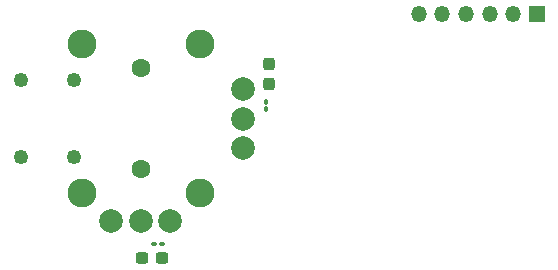
<source format=gbr>
%TF.GenerationSoftware,KiCad,Pcbnew,8.0.2*%
%TF.CreationDate,2024-08-31T11:30:38-07:00*%
%TF.ProjectId,UGC_SubStick_R4K,5547435f-5375-4625-9374-69636b5f5234,rev?*%
%TF.SameCoordinates,Original*%
%TF.FileFunction,Soldermask,Top*%
%TF.FilePolarity,Negative*%
%FSLAX46Y46*%
G04 Gerber Fmt 4.6, Leading zero omitted, Abs format (unit mm)*
G04 Created by KiCad (PCBNEW 8.0.2) date 2024-08-31 11:30:38*
%MOMM*%
%LPD*%
G01*
G04 APERTURE LIST*
G04 Aperture macros list*
%AMRoundRect*
0 Rectangle with rounded corners*
0 $1 Rounding radius*
0 $2 $3 $4 $5 $6 $7 $8 $9 X,Y pos of 4 corners*
0 Add a 4 corners polygon primitive as box body*
4,1,4,$2,$3,$4,$5,$6,$7,$8,$9,$2,$3,0*
0 Add four circle primitives for the rounded corners*
1,1,$1+$1,$2,$3*
1,1,$1+$1,$4,$5*
1,1,$1+$1,$6,$7*
1,1,$1+$1,$8,$9*
0 Add four rect primitives between the rounded corners*
20,1,$1+$1,$2,$3,$4,$5,0*
20,1,$1+$1,$4,$5,$6,$7,0*
20,1,$1+$1,$6,$7,$8,$9,0*
20,1,$1+$1,$8,$9,$2,$3,0*%
G04 Aperture macros list end*
%ADD10RoundRect,0.237500X-0.300000X-0.237500X0.300000X-0.237500X0.300000X0.237500X-0.300000X0.237500X0*%
%ADD11RoundRect,0.100000X-0.130000X-0.100000X0.130000X-0.100000X0.130000X0.100000X-0.130000X0.100000X0*%
%ADD12C,2.450000*%
%ADD13C,1.600000*%
%ADD14C,1.250000*%
%ADD15C,2.000000*%
%ADD16R,1.350000X1.350000*%
%ADD17O,1.350000X1.350000*%
%ADD18RoundRect,0.237500X-0.237500X0.300000X-0.237500X-0.300000X0.237500X-0.300000X0.237500X0.300000X0*%
%ADD19RoundRect,0.100000X0.100000X-0.130000X0.100000X0.130000X-0.100000X0.130000X-0.100000X-0.130000X0*%
G04 APERTURE END LIST*
D10*
%TO.C,C1*%
X247320900Y-161493200D03*
X249045900Y-161493200D03*
%TD*%
D11*
%TO.C,R1*%
X249011400Y-160324800D03*
X248371400Y-160324800D03*
%TD*%
D12*
%TO.C,SW1*%
X242207200Y-143363518D03*
X242207200Y-156013518D03*
D13*
X247207200Y-145388518D03*
X247207200Y-153988518D03*
D12*
X252207200Y-143363518D03*
X252207200Y-156013518D03*
D14*
X241557200Y-146438518D03*
X241557200Y-152938518D03*
X237057200Y-146438518D03*
X237057200Y-152938518D03*
D15*
X244707200Y-158388518D03*
X247207200Y-158388518D03*
X249707200Y-158388518D03*
X255907200Y-152188518D03*
X255907200Y-149688518D03*
X255907200Y-147188518D03*
%TD*%
D16*
%TO.C,J1*%
X280761001Y-140867407D03*
D17*
X278761001Y-140867407D03*
X276761001Y-140867407D03*
X274761001Y-140867407D03*
X272761001Y-140867407D03*
X270761001Y-140867407D03*
%TD*%
D18*
%TO.C,C2*%
X258100000Y-145037500D03*
X258100000Y-146762500D03*
%TD*%
D19*
%TO.C,R2*%
X257835400Y-148910000D03*
X257835400Y-148270000D03*
%TD*%
M02*

</source>
